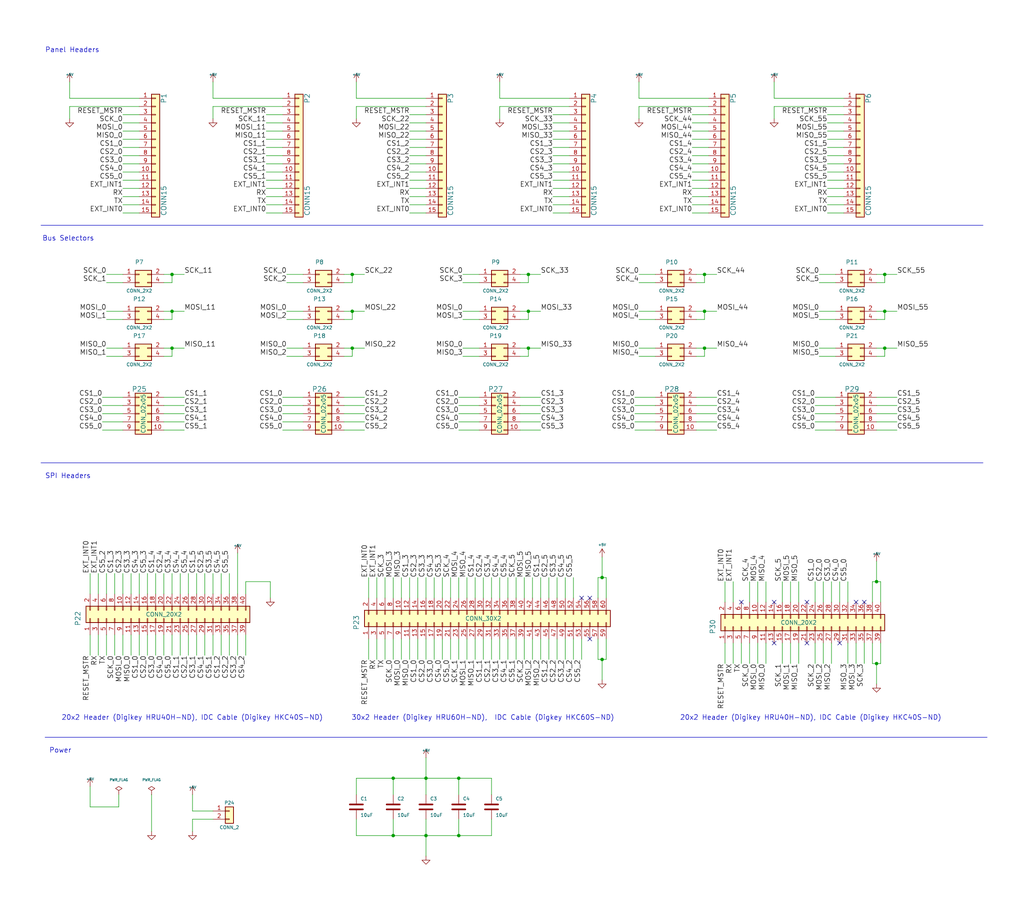
<source format=kicad_sch>
(kicad_sch (version 20230121) (generator eeschema)
  (paper "User" 317.5 279.4)
  (title_block (title "G4 Debug Arena Flat ATMega328") (date "11/12/2013") (rev "v0.1") (company "IORodeo"))
  (junction (at 271.78 205.74))
  (junction (at 132.08 241.3))
  (junction (at 53.34 85.09))
  (junction (at 186.69 179.07))
  (junction (at 218.44 107.95))
  (junction (at 218.44 96.52))
  (junction (at 271.78 180.34))
  (junction (at 53.34 107.95))
  (junction (at 121.92 259.08))
  (junction (at 109.22 96.52))
  (junction (at 186.69 204.47))
  (junction (at 274.32 96.52))
  (junction (at 142.24 241.3))
  (junction (at 163.83 85.09))
  (junction (at 109.22 85.09))
  (junction (at 274.32 85.09))
  (junction (at 218.44 85.09))
  (junction (at 109.22 107.95))
  (junction (at 163.83 107.95))
  (junction (at 274.32 107.95))
  (junction (at 53.34 96.52))
  (junction (at 142.24 259.08))
  (junction (at 132.08 259.08))
  (junction (at 163.83 96.52))
  (junction (at 121.92 241.3))
  (no_connect (at 240.03 186.69))
  (no_connect (at 180.34 185.42))
  (no_connect (at 250.19 186.69))
  (no_connect (at 182.88 198.12))
  (no_connect (at 240.03 199.39))
  (no_connect (at 267.97 186.69))
  (no_connect (at 250.19 199.39))
  (no_connect (at 182.88 185.42))
  (no_connect (at 265.43 186.69))
  (no_connect (at 229.87 186.69))
  (no_connect (at 260.35 199.39))
  (wire (pts (xy 93.98 87.63) (xy 88.9 87.63)))
  (wire (pts (xy 176.53 58.42) (xy 171.45 58.42)))
  (wire (pts (xy 148.59 110.49) (xy 143.51 110.49)))
  (wire (pts (xy 259.08 87.63) (xy 254 87.63)))
  (wire (pts (xy 259.08 99.06) (xy 254 99.06)))
  (wire (pts (xy 240.03 30.48) (xy 261.62 30.48)))
  (wire (pts (xy 142.24 198.12) (xy 142.24 204.47)))
  (wire (pts (xy 161.29 128.27) (xy 167.64 128.27)))
  (wire (pts (xy 148.59 130.81) (xy 142.24 130.81)))
  (wire (pts (xy 110.49 33.02) (xy 110.49 36.83)))
  (wire (pts (xy 60.96 196.85) (xy 60.96 203.2)))
  (wire (pts (xy 148.59 85.09) (xy 143.51 85.09)))
  (wire (pts (xy 271.78 85.09) (xy 274.32 85.09)))
  (wire (pts (xy 43.18 58.42) (xy 38.1 58.42)))
  (wire (pts (xy 38.1 110.49) (xy 33.02 110.49)))
  (wire (pts (xy 203.2 110.49) (xy 198.12 110.49)))
  (wire (pts (xy 116.84 198.12) (xy 116.84 204.47)))
  (wire (pts (xy 27.94 250.19) (xy 27.94 243.84)))
  (wire (pts (xy 66.04 196.85) (xy 66.04 203.2)))
  (wire (pts (xy 172.72 185.42) (xy 172.72 179.07)))
  (wire (pts (xy 261.62 45.72) (xy 256.54 45.72)))
  (wire (pts (xy 259.08 123.19) (xy 252.73 123.19)))
  (wire (pts (xy 261.62 55.88) (xy 256.54 55.88)))
  (wire (pts (xy 124.46 185.42) (xy 124.46 179.07)))
  (wire (pts (xy 106.68 123.19) (xy 113.03 123.19)))
  (wire (pts (xy 55.88 196.85) (xy 55.88 203.2)))
  (wire (pts (xy 106.68 99.06) (xy 109.22 99.06)))
  (wire (pts (xy 160.02 179.07) (xy 160.02 185.42)))
  (wire (pts (xy 53.34 87.63) (xy 50.8 87.63)))
  (wire (pts (xy 152.4 198.12) (xy 152.4 204.47)))
  (wire (pts (xy 170.18 185.42) (xy 170.18 179.07)))
  (wire (pts (xy 137.16 198.12) (xy 137.16 204.47)))
  (wire (pts (xy 109.22 110.49) (xy 106.68 110.49)))
  (wire (pts (xy 144.78 198.12) (xy 144.78 204.47)))
  (wire (pts (xy 76.2 196.85) (xy 76.2 203.2)))
  (wire (pts (xy 35.56 196.85) (xy 35.56 203.2)))
  (wire (pts (xy 176.53 66.04) (xy 171.45 66.04)))
  (wire (pts (xy 132.08 241.3) (xy 132.08 246.38)))
  (wire (pts (xy 203.2 85.09) (xy 198.12 85.09)))
  (wire (pts (xy 240.03 33.02) (xy 240.03 36.83)))
  (wire (pts (xy 43.18 196.85) (xy 43.18 203.2)))
  (wire (pts (xy 167.64 125.73) (xy 161.29 125.73)))
  (wire (pts (xy 132.08 234.95) (xy 132.08 241.3)))
  (wire (pts (xy 176.53 55.88) (xy 171.45 55.88)))
  (wire (pts (xy 53.34 96.52) (xy 57.15 96.52)))
  (wire (pts (xy 38.1 87.63) (xy 33.02 87.63)))
  (wire (pts (xy 87.63 38.1) (xy 82.55 38.1)))
  (wire (pts (xy 161.29 85.09) (xy 163.83 85.09)))
  (wire (pts (xy 149.86 198.12) (xy 149.86 204.47)))
  (wire (pts (xy 161.29 99.06) (xy 163.83 99.06)))
  (wire (pts (xy 53.34 196.85) (xy 53.34 203.2)))
  (wire (pts (xy 129.54 179.07) (xy 129.54 185.42)))
  (wire (pts (xy 93.98 99.06) (xy 88.9 99.06)))
  (wire (pts (xy 43.18 60.96) (xy 38.1 60.96)))
  (wire (pts (xy 257.81 199.39) (xy 257.81 205.74)))
  (wire (pts (xy 219.71 60.96) (xy 214.63 60.96)))
  (wire (pts (xy 21.59 33.02) (xy 43.18 33.02)))
  (wire (pts (xy 218.44 96.52) (xy 222.25 96.52)))
  (wire (pts (xy 148.59 107.95) (xy 143.51 107.95)))
  (wire (pts (xy 218.44 107.95) (xy 222.25 107.95)))
  (wire (pts (xy 93.98 130.81) (xy 87.63 130.81)))
  (wire (pts (xy 66.04 184.15) (xy 66.04 177.8)))
  (wire (pts (xy 271.78 205.74) (xy 273.05 205.74)))
  (wire (pts (xy 60.96 177.8) (xy 60.96 184.15)))
  (wire (pts (xy 271.78 123.19) (xy 278.13 123.19)))
  (wire (pts (xy 58.42 196.85) (xy 58.42 203.2)))
  (wire (pts (xy 38.1 128.27) (xy 31.75 128.27)))
  (wire (pts (xy 114.3 179.07) (xy 114.3 185.42)))
  (wire (pts (xy 127 198.12) (xy 127 204.47)))
  (wire (pts (xy 237.49 180.34) (xy 237.49 186.69)))
  (wire (pts (xy 38.1 196.85) (xy 38.1 203.2)))
  (wire (pts (xy 43.18 184.15) (xy 43.18 177.8)))
  (wire (pts (xy 106.68 130.81) (xy 113.03 130.81)))
  (wire (pts (xy 154.94 198.12) (xy 154.94 204.47)))
  (wire (pts (xy 139.7 185.42) (xy 139.7 179.07)))
  (wire (pts (xy 106.68 85.09) (xy 109.22 85.09)))
  (wire (pts (xy 110.49 259.08) (xy 121.92 259.08)))
  (wire (pts (xy 66.04 251.46) (xy 59.69 251.46)))
  (wire (pts (xy 87.63 43.18) (xy 82.55 43.18)))
  (wire (pts (xy 157.48 185.42) (xy 157.48 179.07)))
  (wire (pts (xy 121.92 198.12) (xy 121.92 204.47)))
  (wire (pts (xy 71.12 196.85) (xy 71.12 203.2)))
  (wire (pts (xy 187.96 204.47) (xy 187.96 198.12)))
  (wire (pts (xy 110.49 254) (xy 110.49 259.08)))
  (wire (pts (xy 271.78 99.06) (xy 274.32 99.06)))
  (wire (pts (xy 257.81 186.69) (xy 257.81 180.34)))
  (wire (pts (xy 259.08 110.49) (xy 254 110.49)))
  (wire (pts (xy 271.78 133.35) (xy 278.13 133.35)))
  (wire (pts (xy 148.59 128.27) (xy 142.24 128.27)))
  (wire (pts (xy 203.2 87.63) (xy 198.12 87.63)))
  (wire (pts (xy 148.59 96.52) (xy 143.51 96.52)))
  (wire (pts (xy 224.79 199.39) (xy 224.79 205.74)))
  (wire (pts (xy 137.16 179.07) (xy 137.16 185.42)))
  (wire (pts (xy 50.8 133.35) (xy 57.15 133.35)))
  (wire (pts (xy 203.2 133.35) (xy 196.85 133.35)))
  (wire (pts (xy 50.8 130.81) (xy 57.15 130.81)))
  (wire (pts (xy 43.18 48.26) (xy 38.1 48.26)))
  (wire (pts (xy 63.5 196.85) (xy 63.5 203.2)))
  (wire (pts (xy 132.08 66.04) (xy 127 66.04)))
  (wire (pts (xy 176.53 38.1) (xy 171.45 38.1)))
  (wire (pts (xy 76.2 180.34) (xy 83.82 180.34)))
  (wire (pts (xy 176.53 63.5) (xy 171.45 63.5)))
  (wire (pts (xy 43.18 50.8) (xy 38.1 50.8)))
  (wire (pts (xy 187.96 179.07) (xy 187.96 185.42)))
  (wire (pts (xy 106.68 107.95) (xy 109.22 107.95)))
  (wire (pts (xy 36.83 250.19) (xy 27.94 250.19)))
  (wire (pts (xy 132.08 45.72) (xy 127 45.72)))
  (wire (pts (xy 38.1 177.8) (xy 38.1 184.15)))
  (wire (pts (xy 110.49 25.4) (xy 110.49 30.48)))
  (wire (pts (xy 175.26 179.07) (xy 175.26 185.42)))
  (wire (pts (xy 87.63 45.72) (xy 82.55 45.72)))
  (wire (pts (xy 148.59 133.35) (xy 142.24 133.35)))
  (wire (pts (xy 53.34 107.95) (xy 53.34 110.49)))
  (wire (pts (xy 162.56 198.12) (xy 162.56 204.47)))
  (wire (pts (xy 167.64 198.12) (xy 167.64 204.47)))
  (wire (pts (xy 55.88 184.15) (xy 55.88 177.8)))
  (wire (pts (xy 43.18 35.56) (xy 38.1 35.56)))
  (wire (pts (xy 176.53 35.56) (xy 171.45 35.56)))
  (wire (pts (xy 66.04 25.4) (xy 66.04 30.48)))
  (wire (pts (xy 106.68 125.73) (xy 113.03 125.73)))
  (wire (pts (xy 229.87 199.39) (xy 229.87 205.74)))
  (wire (pts (xy 43.18 45.72) (xy 38.1 45.72)))
  (wire (pts (xy 259.08 96.52) (xy 254 96.52)))
  (wire (pts (xy 163.83 85.09) (xy 163.83 87.63)))
  (wire (pts (xy 45.72 177.8) (xy 45.72 184.15)))
  (wire (pts (xy 43.18 38.1) (xy 38.1 38.1)))
  (wire (pts (xy 110.49 241.3) (xy 121.92 241.3)))
  (wire (pts (xy 132.08 60.96) (xy 127 60.96)))
  (wire (pts (xy 149.86 185.42) (xy 149.86 179.07)))
  (wire (pts (xy 215.9 133.35) (xy 222.25 133.35)))
  (wire (pts (xy 142.24 241.3) (xy 152.4 241.3)))
  (wire (pts (xy 109.22 107.95) (xy 113.03 107.95)))
  (wire (pts (xy 132.08 58.42) (xy 127 58.42)))
  (wire (pts (xy 222.25 128.27) (xy 215.9 128.27)))
  (wire (pts (xy 176.53 60.96) (xy 171.45 60.96)))
  (wire (pts (xy 163.83 96.52) (xy 167.64 96.52)))
  (wire (pts (xy 227.33 186.69) (xy 227.33 180.34)))
  (wire (pts (xy 38.1 125.73) (xy 31.75 125.73)))
  (wire (pts (xy 50.8 123.19) (xy 57.15 123.19)))
  (wire (pts (xy 63.5 184.15) (xy 63.5 177.8)))
  (wire (pts (xy 218.44 107.95) (xy 218.44 110.49)))
  (wire (pts (xy 110.49 246.38) (xy 110.49 241.3)))
  (wire (pts (xy 180.34 198.12) (xy 180.34 204.47)))
  (wire (pts (xy 129.54 198.12) (xy 129.54 204.47)))
  (wire (pts (xy 218.44 99.06) (xy 218.44 96.52)))
  (wire (pts (xy 93.98 125.73) (xy 87.63 125.73)))
  (wire (pts (xy 154.94 33.02) (xy 176.53 33.02)))
  (wire (pts (xy 274.32 96.52) (xy 278.13 96.52)))
  (wire (pts (xy 227.33 199.39) (xy 227.33 205.74)))
  (wire (pts (xy 142.24 259.08) (xy 142.24 254)))
  (wire (pts (xy 38.1 123.19) (xy 31.75 123.19)))
  (wire (pts (xy 161.29 123.19) (xy 167.64 123.19)))
  (wire (pts (xy 240.03 33.02) (xy 261.62 33.02)))
  (wire (pts (xy 270.51 205.74) (xy 271.78 205.74)))
  (wire (pts (xy 245.11 199.39) (xy 245.11 205.74)))
  (wire (pts (xy 273.05 205.74) (xy 273.05 199.39)))
  (wire (pts (xy 260.35 180.34) (xy 260.35 186.69)))
  (wire (pts (xy 109.22 85.09) (xy 109.22 87.63)))
  (wire (pts (xy 93.98 96.52) (xy 88.9 96.52)))
  (wire (pts (xy 59.69 251.46) (xy 59.69 246.38)))
  (wire (pts (xy 252.73 199.39) (xy 252.73 205.74)))
  (wire (pts (xy 154.94 30.48) (xy 176.53 30.48)))
  (wire (pts (xy 270.51 186.69) (xy 270.51 180.34)))
  (wire (pts (xy 185.42 204.47) (xy 186.69 204.47)))
  (wire (pts (xy 274.32 99.06) (xy 274.32 96.52)))
  (wire (pts (xy 93.98 110.49) (xy 88.9 110.49)))
  (wire (pts (xy 110.49 33.02) (xy 132.08 33.02)))
  (wire (pts (xy 163.83 110.49) (xy 161.29 110.49)))
  (wire (pts (xy 271.78 96.52) (xy 274.32 96.52)))
  (wire (pts (xy 154.94 185.42) (xy 154.94 179.07)))
  (wire (pts (xy 219.71 66.04) (xy 214.63 66.04)))
  (wire (pts (xy 270.51 180.34) (xy 271.78 180.34)))
  (wire (pts (xy 203.2 96.52) (xy 198.12 96.52)))
  (wire (pts (xy 38.1 85.09) (xy 33.02 85.09)))
  (wire (pts (xy 132.08 35.56) (xy 127 35.56)))
  (wire (pts (xy 38.1 107.95) (xy 33.02 107.95)))
  (wire (pts (xy 73.66 184.15) (xy 73.66 171.45)))
  (wire (pts (xy 160.02 198.12) (xy 160.02 204.47)))
  (wire (pts (xy 50.8 184.15) (xy 50.8 177.8)))
  (wire (pts (xy 161.29 107.95) (xy 163.83 107.95)))
  (wire (pts (xy 165.1 198.12) (xy 165.1 204.47)))
  (wire (pts (xy 198.12 30.48) (xy 219.71 30.48)))
  (wire (pts (xy 50.8 125.73) (xy 57.15 125.73)))
  (wire (pts (xy 33.02 184.15) (xy 33.02 177.8)))
  (wire (pts (xy 161.29 130.81) (xy 167.64 130.81)))
  (wire (pts (xy 93.98 133.35) (xy 87.63 133.35)))
  (wire (pts (xy 261.62 48.26) (xy 256.54 48.26)))
  (wire (pts (xy 261.62 43.18) (xy 256.54 43.18)))
  (wire (pts (xy 232.41 199.39) (xy 232.41 205.74)))
  (wire (pts (xy 53.34 177.8) (xy 53.34 184.15)))
  (wire (pts (xy 147.32 185.42) (xy 147.32 179.07)))
  (wire (pts (xy 255.27 199.39) (xy 255.27 205.74)))
  (wire (pts (xy 109.22 96.52) (xy 113.03 96.52)))
  (wire (pts (xy 124.46 198.12) (xy 124.46 204.47)))
  (wire (pts (xy 114.3 198.12) (xy 114.3 204.47)))
  (wire (pts (xy 148.59 123.19) (xy 142.24 123.19)))
  (wire (pts (xy 215.9 107.95) (xy 218.44 107.95)))
  (wire (pts (xy 48.26 196.85) (xy 48.26 203.2)))
  (wire (pts (xy 273.05 180.34) (xy 273.05 186.69)))
  (wire (pts (xy 121.92 241.3) (xy 132.08 241.3)))
  (wire (pts (xy 198.12 33.02) (xy 198.12 36.83)))
  (polyline (pts (xy 12.7 69.85) (xy 304.8 69.85)))
  (wire (pts (xy 234.95 199.39) (xy 234.95 205.74)))
  (wire (pts (xy 33.02 196.85) (xy 33.02 203.2)))
  (wire (pts (xy 185.42 198.12) (xy 185.42 204.47)))
  (wire (pts (xy 38.1 133.35) (xy 31.75 133.35)))
  (wire (pts (xy 261.62 53.34) (xy 256.54 53.34)))
  (wire (pts (xy 219.71 35.56) (xy 214.63 35.56)))
  (wire (pts (xy 109.22 85.09) (xy 113.03 85.09)))
  (wire (pts (xy 245.11 186.69) (xy 245.11 180.34)))
  (wire (pts (xy 170.18 198.12) (xy 170.18 204.47)))
  (wire (pts (xy 218.44 87.63) (xy 215.9 87.63)))
  (wire (pts (xy 161.29 96.52) (xy 163.83 96.52)))
  (wire (pts (xy 53.34 85.09) (xy 53.34 87.63)))
  (wire (pts (xy 176.53 48.26) (xy 171.45 48.26)))
  (wire (pts (xy 203.2 125.73) (xy 196.85 125.73)))
  (wire (pts (xy 27.94 196.85) (xy 27.94 203.2)))
  (wire (pts (xy 185.42 179.07) (xy 186.69 179.07)))
  (wire (pts (xy 261.62 35.56) (xy 256.54 35.56)))
  (wire (pts (xy 247.65 186.69) (xy 247.65 180.34)))
  (wire (pts (xy 163.83 107.95) (xy 167.64 107.95)))
  (wire (pts (xy 219.71 58.42) (xy 214.63 58.42)))
  (wire (pts (xy 177.8 198.12) (xy 177.8 204.47)))
  (wire (pts (xy 147.32 198.12) (xy 147.32 204.47)))
  (wire (pts (xy 186.69 179.07) (xy 186.69 172.72)))
  (wire (pts (xy 176.53 43.18) (xy 171.45 43.18)))
  (wire (pts (xy 219.71 48.26) (xy 214.63 48.26)))
  (wire (pts (xy 132.08 43.18) (xy 127 43.18)))
  (wire (pts (xy 203.2 107.95) (xy 198.12 107.95)))
  (wire (pts (xy 218.44 85.09) (xy 222.25 85.09)))
  (wire (pts (xy 35.56 184.15) (xy 35.56 177.8)))
  (wire (pts (xy 203.2 130.81) (xy 196.85 130.81)))
  (wire (pts (xy 38.1 96.52) (xy 33.02 96.52)))
  (wire (pts (xy 247.65 199.39) (xy 247.65 205.74)))
  (wire (pts (xy 132.08 55.88) (xy 127 55.88)))
  (wire (pts (xy 252.73 180.34) (xy 252.73 186.69)))
  (wire (pts (xy 127 185.42) (xy 127 179.07)))
  (wire (pts (xy 271.78 107.95) (xy 274.32 107.95)))
  (wire (pts (xy 237.49 199.39) (xy 237.49 205.74)))
  (wire (pts (xy 271.78 130.81) (xy 278.13 130.81)))
  (wire (pts (xy 176.53 45.72) (xy 171.45 45.72)))
  (wire (pts (xy 215.9 123.19) (xy 222.25 123.19)))
  (wire (pts (xy 38.1 99.06) (xy 33.02 99.06)))
  (wire (pts (xy 83.82 180.34) (xy 83.82 185.42)))
  (wire (pts (xy 255.27 186.69) (xy 255.27 180.34)))
  (wire (pts (xy 274.32 107.95) (xy 274.32 110.49)))
  (wire (pts (xy 240.03 25.4) (xy 240.03 30.48)))
  (wire (pts (xy 219.71 63.5) (xy 214.63 63.5)))
  (wire (pts (xy 40.64 184.15) (xy 40.64 177.8)))
  (wire (pts (xy 218.44 85.09) (xy 218.44 87.63)))
  (wire (pts (xy 132.08 198.12) (xy 132.08 204.47)))
  (wire (pts (xy 36.83 246.38) (xy 36.83 250.19)))
  (wire (pts (xy 259.08 128.27) (xy 252.73 128.27)))
  (wire (pts (xy 50.8 99.06) (xy 53.34 99.06)))
  (wire (pts (xy 176.53 50.8) (xy 171.45 50.8)))
  (wire (pts (xy 203.2 123.19) (xy 196.85 123.19)))
  (wire (pts (xy 172.72 198.12) (xy 172.72 204.47)))
  (wire (pts (xy 163.83 85.09) (xy 167.64 85.09)))
  (wire (pts (xy 87.63 58.42) (xy 82.55 58.42)))
  (wire (pts (xy 186.69 204.47) (xy 186.69 210.82)))
  (wire (pts (xy 43.18 63.5) (xy 38.1 63.5)))
  (wire (pts (xy 271.78 205.74) (xy 271.78 212.09)))
  (wire (pts (xy 121.92 259.08) (xy 121.92 254)))
  (wire (pts (xy 132.08 53.34) (xy 127 53.34)))
  (wire (pts (xy 132.08 254) (xy 132.08 259.08)))
  (wire (pts (xy 176.53 53.34) (xy 171.45 53.34)))
  (wire (pts (xy 132.08 259.08) (xy 142.24 259.08)))
  (wire (pts (xy 203.2 99.06) (xy 198.12 99.06)))
  (wire (pts (xy 218.44 110.49) (xy 215.9 110.49)))
  (wire (pts (xy 50.8 107.95) (xy 53.34 107.95)))
  (wire (pts (xy 261.62 66.04) (xy 256.54 66.04)))
  (wire (pts (xy 198.12 33.02) (xy 219.71 33.02)))
  (wire (pts (xy 198.12 25.4) (xy 198.12 30.48)))
  (wire (pts (xy 261.62 38.1) (xy 256.54 38.1)))
  (wire (pts (xy 53.34 107.95) (xy 57.15 107.95)))
  (wire (pts (xy 152.4 241.3) (xy 152.4 246.38)))
  (wire (pts (xy 93.98 107.95) (xy 88.9 107.95)))
  (wire (pts (xy 45.72 196.85) (xy 45.72 203.2)))
  (wire (pts (xy 265.43 205.74) (xy 265.43 199.39)))
  (wire (pts (xy 132.08 241.3) (xy 142.24 241.3)))
  (wire (pts (xy 21.59 33.02) (xy 21.59 36.83)))
  (wire (pts (xy 219.71 43.18) (xy 214.63 43.18)))
  (wire (pts (xy 270.51 199.39) (xy 270.51 205.74)))
  (wire (pts (xy 87.63 55.88) (xy 82.55 55.88)))
  (wire (pts (xy 132.08 50.8) (xy 127 50.8)))
  (wire (pts (xy 234.95 186.69) (xy 234.95 180.34)))
  (wire (pts (xy 271.78 125.73) (xy 278.13 125.73)))
  (wire (pts (xy 154.94 25.4) (xy 154.94 30.48)))
  (wire (pts (xy 43.18 66.04) (xy 38.1 66.04)))
  (wire (pts (xy 116.84 185.42) (xy 116.84 179.07)))
  (wire (pts (xy 274.32 85.09) (xy 278.13 85.09)))
  (wire (pts (xy 27.94 177.8) (xy 27.94 184.15)))
  (wire (pts (xy 48.26 184.15) (xy 48.26 177.8)))
  (wire (pts (xy 93.98 85.09) (xy 88.9 85.09)))
  (wire (pts (xy 53.34 110.49) (xy 50.8 110.49)))
  (wire (pts (xy 163.83 107.95) (xy 163.83 110.49)))
  (wire (pts (xy 148.59 99.06) (xy 143.51 99.06)))
  (polyline (pts (xy 13.97 228.6) (xy 306.07 228.6)))
  (wire (pts (xy 46.99 246.38) (xy 46.99 257.81)))
  (wire (pts (xy 259.08 133.35) (xy 252.73 133.35)))
  (wire (pts (xy 68.58 196.85) (xy 68.58 203.2)))
  (wire (pts (xy 274.32 110.49) (xy 271.78 110.49)))
  (wire (pts (xy 132.08 63.5) (xy 127 63.5)))
  (wire (pts (xy 274.32 107.95) (xy 278.13 107.95)))
  (wire (pts (xy 224.79 180.34) (xy 224.79 186.69)))
  (wire (pts (xy 106.68 96.52) (xy 109.22 96.52)))
  (wire (pts (xy 186.69 204.47) (xy 187.96 204.47)))
  (wire (pts (xy 68.58 177.8) (xy 68.58 184.15)))
  (wire (pts (xy 148.59 87.63) (xy 143.51 87.63)))
  (wire (pts (xy 219.71 38.1) (xy 214.63 38.1)))
  (wire (pts (xy 40.64 196.85) (xy 40.64 203.2)))
  (wire (pts (xy 109.22 107.95) (xy 109.22 110.49)))
  (wire (pts (xy 87.63 40.64) (xy 82.55 40.64)))
  (wire (pts (xy 43.18 43.18) (xy 38.1 43.18)))
  (wire (pts (xy 219.71 50.8) (xy 214.63 50.8)))
  (wire (pts (xy 119.38 185.42) (xy 119.38 179.07)))
  (wire (pts (xy 242.57 180.34) (xy 242.57 186.69)))
  (wire (pts (xy 106.68 128.27) (xy 113.03 128.27)))
  (wire (pts (xy 261.62 50.8) (xy 256.54 50.8)))
  (wire (pts (xy 121.92 179.07) (xy 121.92 185.42)))
  (wire (pts (xy 185.42 185.42) (xy 185.42 179.07)))
  (wire (pts (xy 144.78 179.07) (xy 144.78 185.42)))
  (wire (pts (xy 215.9 130.81) (xy 222.25 130.81)))
  (wire (pts (xy 261.62 60.96) (xy 256.54 60.96)))
  (wire (pts (xy 132.08 185.42) (xy 132.08 179.07)))
  (wire (pts (xy 163.83 87.63) (xy 161.29 87.63)))
  (wire (pts (xy 87.63 48.26) (xy 82.55 48.26)))
  (wire (pts (xy 232.41 186.69) (xy 232.41 180.34)))
  (wire (pts (xy 167.64 179.07) (xy 167.64 185.42)))
  (wire (pts (xy 87.63 63.5) (xy 82.55 63.5)))
  (wire (pts (xy 21.59 30.48) (xy 43.18 30.48)))
  (wire (pts (xy 87.63 53.34) (xy 82.55 53.34)))
  (wire (pts (xy 109.22 87.63) (xy 106.68 87.63)))
  (wire (pts (xy 59.69 254) (xy 59.69 257.81)))
  (wire (pts (xy 58.42 184.15) (xy 58.42 177.8)))
  (wire (pts (xy 261.62 58.42) (xy 256.54 58.42)))
  (wire (pts (xy 274.32 87.63) (xy 271.78 87.63)))
  (wire (pts (xy 177.8 185.42) (xy 177.8 179.07)))
  (wire (pts (xy 259.08 130.81) (xy 252.73 130.81)))
  (wire (pts (xy 132.08 48.26) (xy 127 48.26)))
  (wire (pts (xy 261.62 63.5) (xy 256.54 63.5)))
  (wire (pts (xy 50.8 96.52) (xy 53.34 96.52)))
  (wire (pts (xy 215.9 96.52) (xy 218.44 96.52)))
  (wire (pts (xy 30.48 184.15) (xy 30.48 177.8)))
  (wire (pts (xy 271.78 180.34) (xy 273.05 180.34)))
  (wire (pts (xy 259.08 107.95) (xy 254 107.95)))
  (wire (pts (xy 163.83 99.06) (xy 163.83 96.52)))
  (wire (pts (xy 87.63 60.96) (xy 82.55 60.96)))
  (wire (pts (xy 66.04 33.02) (xy 66.04 36.83)))
  (wire (pts (xy 134.62 198.12) (xy 134.62 204.47)))
  (wire (pts (xy 73.66 196.85) (xy 73.66 203.2)))
  (wire (pts (xy 157.48 198.12) (xy 157.48 204.47)))
  (wire (pts (xy 132.08 40.64) (xy 127 40.64)))
  (wire (pts (xy 186.69 179.07) (xy 187.96 179.07)))
  (wire (pts (xy 142.24 241.3) (xy 142.24 246.38)))
  (wire (pts (xy 66.04 30.48) (xy 87.63 30.48)))
  (wire (pts (xy 261.62 40.64) (xy 256.54 40.64)))
  (wire (pts (xy 50.8 128.27) (xy 57.15 128.27)))
  (wire (pts (xy 132.08 38.1) (xy 127 38.1)))
  (wire (pts (xy 271.78 180.34) (xy 271.78 173.99)))
  (wire (pts (xy 132.08 259.08) (xy 132.08 265.43)))
  (wire (pts (xy 53.34 85.09) (xy 57.15 85.09)))
  (wire (pts (xy 219.71 40.64) (xy 214.63 40.64)))
  (wire (pts (xy 121.92 259.08) (xy 132.08 259.08)))
  (wire (pts (xy 43.18 40.64) (xy 38.1 40.64)))
  (wire (pts (xy 154.94 33.02) (xy 154.94 36.83)))
  (wire (pts (xy 38.1 130.81) (xy 31.75 130.81)))
  (wire (pts (xy 203.2 128.27) (xy 196.85 128.27)))
  (wire (pts (xy 267.97 199.39) (xy 267.97 205.74)))
  (wire (pts (xy 271.78 128.27) (xy 278.13 128.27)))
  (wire (pts (xy 50.8 85.09) (xy 53.34 85.09)))
  (wire (pts (xy 219.71 45.72) (xy 214.63 45.72)))
  (wire (pts (xy 142.24 259.08) (xy 152.4 259.08)))
  (wire (pts (xy 262.89 199.39) (xy 262.89 205.74)))
  (wire (pts (xy 109.22 99.06) (xy 109.22 96.52)))
  (wire (pts (xy 43.18 55.88) (xy 38.1 55.88)))
  (wire (pts (xy 142.24 185.42) (xy 142.24 179.07)))
  (wire (pts (xy 76.2 184.15) (xy 76.2 180.34)))
  (wire (pts (xy 121.92 241.3) (xy 121.92 246.38)))
  (wire (pts (xy 259.08 125.73) (xy 252.73 125.73)))
  (polyline (pts (xy 12.7 143.51) (xy 304.8 143.51)))
  (wire (pts (xy 162.56 185.42) (xy 162.56 179.07)))
  (wire (pts (xy 134.62 185.42) (xy 134.62 179.07)))
  (wire (pts (xy 175.26 198.12) (xy 175.26 204.47)))
  (wire (pts (xy 215.9 125.73) (xy 222.25 125.73)))
  (wire (pts (xy 119.38 198.12) (xy 119.38 204.47)))
  (wire (pts (xy 152.4 259.08) (xy 152.4 254)))
  (wire (pts (xy 87.63 35.56) (xy 82.55 35.56)))
  (wire (pts (xy 93.98 123.19) (xy 87.63 123.19)))
  (wire (pts (xy 152.4 179.07) (xy 152.4 185.42)))
  (wire (pts (xy 148.59 125.73) (xy 142.24 125.73)))
  (wire (pts (xy 139.7 198.12) (xy 139.7 204.47)))
  (wire (pts (xy 71.12 184.15) (xy 71.12 177.8)))
  (wire (pts (xy 66.04 33.02) (xy 87.63 33.02)))
  (wire (pts (xy 262.89 186.69) (xy 262.89 180.34)))
  (wire (pts (xy 215.9 99.06) (xy 218.44 99.06)))
  (wire (pts (xy 43.18 53.34) (xy 38.1 53.34)))
  (wire (pts (xy 87.63 50.8) (xy 82.55 50.8)))
  (wire (pts (xy 110.49 30.48) (xy 132.08 30.48)))
  (wire (pts (xy 30.48 196.85) (xy 30.48 203.2)))
  (wire (pts (xy 215.9 85.09) (xy 218.44 85.09)))
  (wire (pts (xy 21.59 25.4) (xy 21.59 30.48)))
  (wire (pts (xy 219.71 55.88) (xy 214.63 55.88)))
  (wire (pts (xy 219.71 53.34) (xy 214.63 53.34)))
  (wire (pts (xy 274.32 85.09) (xy 274.32 87.63)))
  (wire (pts (xy 53.34 99.06) (xy 53.34 96.52)))
  (wire (pts (xy 176.53 40.64) (xy 171.45 40.64)))
  (wire (pts (xy 106.68 133.35) (xy 113.03 133.35)))
  (wire (pts (xy 50.8 196.85) (xy 50.8 203.2)))
  (wire (pts (xy 167.64 133.35) (xy 161.29 133.35)))
  (wire (pts (xy 93.98 128.27) (xy 87.63 128.27)))
  (wire (pts (xy 242.57 199.39) (xy 242.57 205.74)))
  (wire (pts (xy 259.08 85.09) (xy 254 85.09)))
  (wire (pts (xy 87.63 66.04) (xy 82.55 66.04)))
  (wire (pts (xy 66.04 254) (xy 59.69 254)))
  (wire (pts (xy 165.1 185.42) (xy 165.1 179.07)))
  (text "20x2 Header (Digikey HRU40H-ND), IDC Cable (Digikey HKC40S-ND)" (at 210.82 223.52 0) (effects (font (size 1.524 1.524)) (justify left bottom)))
  (text "Power" (at 15.24 233.68 0) (effects (font (size 1.524 1.524)) (justify left bottom)))
  (text "Panel Headers" (at 13.97 16.51 0) (effects (font (size 1.524 1.524)) (justify left bottom)))
  (text "SPI Headers" (at 13.97 148.59 0) (effects (font (size 1.524 1.524)) (justify left bottom)))
  (text "Bus Selectors" (at 29.21 74.93 0) (effects (font (size 1.524 1.524)) (justify right bottom)))
  (text "30x2 Header (Digikey HRU60H-ND),  IDC Cable (Digkey HKC60S-ND)" (at 190.5 223.52 0) (effects (font (size 1.524 1.524)) (justify right bottom)))
  (text "20x2 Header (Digikey HRU40H-ND), IDC Cable (Digikey HKC40S-ND)" (at 19.05 223.52 0) (effects (font (size 1.524 1.524)) (justify left bottom)))
  (label "SCK_44" (at 222.25 85.09 0) (effects (font (size 1.524 1.524))))
  (label "RX" (at 30.48 203.2 270) (effects (font (size 1.524 1.524))))
  (label "SCK_5" (at 242.57 180.34 90) (effects (font (size 1.524 1.524))))
  (label "EXT_INT0" (at 214.63 66.04 180) (effects (font (size 1.524 1.524))))
  (label "CS2_5" (at 170.18 179.07 90) (effects (font (size 1.524 1.524))))
  (label "CS4_2" (at 127 53.34 180) (effects (font (size 1.524 1.524))))
  (label "CS3_5" (at 256.54 50.8 180) (effects (font (size 1.524 1.524))))
  (label "CS1_5" (at 167.64 179.07 90) (effects (font (size 1.524 1.524))))
  (label "SCK_0" (at 198.12 85.09 180) (effects (font (size 1.524 1.524))))
  (label "EXT_INT0" (at 224.79 180.34 90) (effects (font (size 1.524 1.524))))
  (label "MISO_3" (at 143.51 110.49 180) (effects (font (size 1.524 1.524))))
  (label "MISO_11" (at 82.55 43.18 180) (effects (font (size 1.524 1.524))))
  (label "TX" (at 33.02 203.2 270) (effects (font (size 1.524 1.524))))
  (label "RX" (at 127 60.96 180) (effects (font (size 1.524 1.524))))
  (label "CS3_1" (at 60.96 203.2 270) (effects (font (size 1.524 1.524))))
  (label "CS3_2" (at 175.26 204.47 270) (effects (font (size 1.524 1.524))))
  (label "MISO_3" (at 124.46 179.07 90) (effects (font (size 1.524 1.524))))
  (label "SCK_44" (at 214.63 38.1 180) (effects (font (size 1.524 1.524))))
  (label "CS2_2" (at 71.12 203.2 270) (effects (font (size 1.524 1.524))))
  (label "CS4_4" (at 222.25 130.81 0) (effects (font (size 1.524 1.524))))
  (label "MOSI_55" (at 256.54 40.64 180) (effects (font (size 1.524 1.524))))
  (label "RESET_MSTR" (at 171.45 35.56 180) (effects (font (size 1.524 1.524))))
  (label "MISO_4" (at 237.49 180.34 90) (effects (font (size 1.524 1.524))))
  (label "MISO_0" (at 88.9 107.95 180) (effects (font (size 1.524 1.524))))
  (label "SCK_2" (at 252.73 205.74 270) (effects (font (size 1.524 1.524))))
  (label "EXT_INT1" (at 214.63 58.42 180) (effects (font (size 1.524 1.524))))
  (label "CS1_1" (at 149.86 204.47 270) (effects (font (size 1.524 1.524))))
  (label "CS1_0" (at 43.18 203.2 270) (effects (font (size 1.524 1.524))))
  (label "CS4_0" (at 50.8 203.2 270) (effects (font (size 1.524 1.524))))
  (label "TX" (at 119.38 204.47 270) (effects (font (size 1.524 1.524))))
  (label "MOSI_55" (at 278.13 96.52 0) (effects (font (size 1.524 1.524))))
  (label "CS1_5" (at 256.54 45.72 180) (effects (font (size 1.524 1.524))))
  (label "MOSI_0" (at 198.12 96.52 180) (effects (font (size 1.524 1.524))))
  (label "CS1_3" (at 127 179.07 90) (effects (font (size 1.524 1.524))))
  (label "MISO_3" (at 262.89 205.74 270) (effects (font (size 1.524 1.524))))
  (label "CS1_2" (at 113.03 123.19 0) (effects (font (size 1.524 1.524))))
  (label "CS3_0" (at 196.85 128.27 180) (effects (font (size 1.524 1.524))))
  (label "EXT_INT1" (at 127 58.42 180) (effects (font (size 1.524 1.524))))
  (label "CS2_1" (at 58.42 203.2 270) (effects (font (size 1.524 1.524))))
  (label "RESET_MSTR" (at 114.3 204.47 270) (effects (font (size 1.524 1.524))))
  (label "CS4_2" (at 177.8 204.47 270) (effects (font (size 1.524 1.524))))
  (label "SCK_33" (at 167.64 85.09 0) (effects (font (size 1.524 1.524))))
  (label "EXT_INT1" (at 227.33 180.34 90) (effects (font (size 1.524 1.524))))
  (label "SCK_3" (at 267.97 205.74 270) (effects (font (size 1.524 1.524))))
  (label "CS3_4" (at 152.4 179.07 90) (effects (font (size 1.524 1.524))))
  (label "MOSI_5" (at 162.56 179.07 90) (effects (font (size 1.524 1.524))))
  (label "CS2_3" (at 38.1 177.8 90) (effects (font (size 1.524 1.524))))
  (label "MOSI_3" (at 265.43 205.74 270) (effects (font (size 1.524 1.524))))
  (label "MOSI_33" (at 171.45 40.64 180) (effects (font (size 1.524 1.524))))
  (label "MOSI_33" (at 167.64 96.52 0) (effects (font (size 1.524 1.524))))
  (label "CS4_0" (at 87.63 130.81 180) (effects (font (size 1.524 1.524))))
  (label "CS5_4" (at 58.42 177.8 90) (effects (font (size 1.524 1.524))))
  (label "CS2_3" (at 171.45 48.26 180) (effects (font (size 1.524 1.524))))
  (label "CS2_5" (at 63.5 177.8 90) (effects (font (size 1.524 1.524))))
  (label "CS2_0" (at 87.63 125.73 180) (effects (font (size 1.524 1.524))))
  (label "MOSI_0" (at 234.95 205.74 270) (effects (font (size 1.524 1.524))))
  (label "MISO_11" (at 57.15 107.95 0) (effects (font (size 1.524 1.524))))
  (label "CS3_3" (at 40.64 177.8 90) (effects (font (size 1.524 1.524))))
  (label "MISO_0" (at 198.12 107.95 180) (effects (font (size 1.524 1.524))))
  (label "CS2_1" (at 57.15 125.73 0) (effects (font (size 1.524 1.524))))
  (label "CS4_0" (at 38.1 53.34 180) (effects (font (size 1.524 1.524))))
  (label "CS2_3" (at 129.54 179.07 90) (effects (font (size 1.524 1.524))))
  (label "SCK_4" (at 232.41 180.34 90) (effects (font (size 1.524 1.524))))
  (label "CS1_4" (at 222.25 123.19 0) (effects (font (size 1.524 1.524))))
  (label "CS3_5" (at 278.13 128.27 0) (effects (font (size 1.524 1.524))))
  (label "CS3_4" (at 222.25 128.27 0) (effects (font (size 1.524 1.524))))
  (label "MISO_0" (at 33.02 107.95 180) (effects (font (size 1.524 1.524))))
  (label "CS1_0" (at 87.63 123.19 180) (effects (font (size 1.524 1.524))))
  (label "CS2_4" (at 149.86 179.07 90) (effects (font (size 1.524 1.524))))
  (label "CS4_2" (at 76.2 203.2 270) (effects (font (size 1.524 1.524))))
  (label "SCK_11" (at 82.55 38.1 180) (effects (font (size 1.524 1.524))))
  (label "CS4_3" (at 134.62 179.07 90) (effects (font (size 1.524 1.524))))
  (label "CS3_0" (at 48.26 203.2 270) (effects (font (size 1.524 1.524))))
  (label "CS5_1" (at 82.55 55.88 180) (effects (font (size 1.524 1.524))))
  (label "EXT_INT0" (at 127 66.04 180) (effects (font (size 1.524 1.524))))
  (label "CS4_3" (at 167.64 130.81 0) (effects (font (size 1.524 1.524))))
  (label "MISO_4" (at 198.12 110.49 180) (effects (font (size 1.524 1.524))))
  (label "CS5_2" (at 127 55.88 180) (effects (font (size 1.524 1.524))))
  (label "RX" (at 38.1 60.96 180) (effects (font (size 1.524 1.524))))
  (label "CS1_3" (at 171.45 45.72 180) (effects (font (size 1.524 1.524))))
  (label "SCK_0" (at 254 85.09 180) (effects (font (size 1.524 1.524))))
  (label "CS2_0" (at 252.73 125.73 180) (effects (font (size 1.524 1.524))))
  (label "CS5_1" (at 160.02 204.47 270) (effects (font (size 1.524 1.524))))
  (label "RESET_MSTR" (at 82.55 35.56 180) (effects (font (size 1.524 1.524))))
  (label "MOSI_0" (at 33.02 96.52 180) (effects (font (size 1.524 1.524))))
  (label "CS5_2" (at 113.03 133.35 0) (effects (font (size 1.524 1.524))))
  (label "MOSI_22" (at 127 40.64 180) (effects (font (size 1.524 1.524))))
  (label "MISO_0" (at 143.51 107.95 180) (effects (font (size 1.524 1.524))))
  (label "CS4_1" (at 63.5 203.2 270) (effects (font (size 1.524 1.524))))
  (label "CS5_3" (at 167.64 133.35 0) (effects (font (size 1.524 1.524))))
  (label "EXT_INT1" (at 116.84 179.07 90) (effects (font (size 1.524 1.524))))
  (label "CS4_4" (at 154.94 179.07 90) (effects (font (size 1.524 1.524))))
  (label "CS1_4" (at 147.32 179.07 90) (effects (font (size 1.524 1.524))))
  (label "MISO_0" (at 40.64 203.2 270) (effects (font (size 1.524 1.524))))
  (label "CS4_3" (at 43.18 177.8 90) (effects (font (size 1.524 1.524))))
  (label "CS1_0" (at 196.85 123.19 180) (effects (font (size 1.524 1.524))))
  (label "MISO_0" (at 237.49 205.74 270) (effects (font (size 1.524 1.524))))
  (label "CS4_5" (at 278.13 130.81 0) (effects (font (size 1.524 1.524))))
  (label "CS4_0" (at 196.85 130.81 180) (effects (font (size 1.524 1.524))))
  (label "CS2_2" (at 113.03 125.73 0) (effects (font (size 1.524 1.524))))
  (label "CS3_5" (at 172.72 179.07 90) (effects (font (size 1.524 1.524))))
  (label "EXT_INT1" (at 30.48 177.8 90) (effects (font (size 1.524 1.524))))
  (label "TX" (at 229.87 205.74 270) (effects (font (size 1.524 1.524))))
  (label "MOSI_5" (at 245.11 180.34 90) (effects (font (size 1.524 1.524))))
  (label "SCK_1" (at 242.57 205.74 270) (effects (font (size 1.524 1.524))))
  (label "CS4_4" (at 55.88 177.8 90) (effects (font (size 1.524 1.524))))
  (label "TX" (at 171.45 63.5 180) (effects (font (size 1.524 1.524))))
  (label "CS2_3" (at 167.64 125.73 0) (effects (font (size 1.524 1.524))))
  (label "SCK_4" (at 139.7 179.07 90) (effects (font (size 1.524 1.524))))
  (label "CS5_5" (at 278.13 133.35 0) (effects (font (size 1.524 1.524))))
  (label "TX" (at 256.54 63.5 180) (effects (font (size 1.524 1.524))))
  (label "SCK_0" (at 88.9 85.09 180) (effects (font (size 1.524 1.524))))
  (label "MISO_0" (at 38.1 43.18 180) (effects (font (size 1.524 1.524))))
  (label "CS5_0" (at 142.24 133.35 180) (effects (font (size 1.524 1.524))))
  (label "CS1_3" (at 35.56 177.8 90) (effects (font (size 1.524 1.524))))
  (label "CS3_0" (at 87.63 128.27 180) (effects (font (size 1.524 1.524))))
  (label "EXT_INT1" (at 256.54 58.42 180) (effects (font (size 1.524 1.524))))
  (label "CS1_4" (at 48.26 177.8 90) (effects (font (size 1.524 1.524))))
  (label "CS1_0" (at 252.73 180.34 90) (effects (font (size 1.524 1.524))))
  (label "MISO_5" (at 254 110.49 180) (effects (font (size 1.524 1.524))))
  (label "CS1_5" (at 278.13 123.19 0) (effects (font (size 1.524 1.524))))
  (label "CS2_0" (at 31.75 125.73 180) (effects (font (size 1.524 1.524))))
  (label "SCK_2" (at 162.56 204.47 270) (effects (font (size 1.524 1.524))))
  (label "MISO_1" (at 33.02 110.49 180) (effects (font (size 1.524 1.524))))
  (label "CS3_4" (at 214.63 50.8 180) (effects (font (size 1.524 1.524))))
  (label "CS4_0" (at 142.24 130.81 180) (effects (font (size 1.524 1.524))))
  (label "EXT_INT0" (at 114.3 179.07 90) (effects (font (size 1.524 1.524))))
  (label "MISO_44" (at 214.63 43.18 180) (effects (font (size 1.524 1.524))))
  (label "CS4_0" (at 252.73 130.81 180) (effects (font (size 1.524 1.524))))
  (label "MOSI_2" (at 165.1 204.47 270) (effects (font (size 1.524 1.524))))
  (label "MOSI_4" (at 142.24 179.07 90) (effects (font (size 1.524 1.524))))
  (label "SCK_0" (at 143.51 85.09 180) (effects (font (size 1.524 1.524))))
  (label "SCK_55" (at 278.13 85.09 0) (effects (font (size 1.524 1.524))))
  (label "CS4_3" (at 171.45 53.34 180) (effects (font (size 1.524 1.524))))
  (label "CS5_5" (at 256.54 55.88 180) (effects (font (size 1.524 1.524))))
  (label "RX" (at 227.33 205.74 270) (effects (font (size 1.524 1.524))))
  (label "CS2_1" (at 82.55 48.26 180) (effects (font (size 1.524 1.524))))
  (label "MOSI_4" (at 198.12 99.06 180) (effects (font (size 1.524 1.524))))
  (label "SCK_3" (at 119.38 179.07 90) (effects (font (size 1.524 1.524))))
  (label "CS5_0" (at 262.89 180.34 90) (effects (font (size 1.524 1.524))))
  (label "SCK_0" (at 232.41 205.74 270) (effects (font (size 1.524 1.524))))
  (label "CS5_1" (at 57.15 133.35 0) (effects (font (size 1.524 1.524))))
  (label "MOSI_2" (at 255.27 205.74 270) (effects (font (size 1.524 1.524))))
  (label "CS2_0" (at 255.27 180.34 90) (effects (font (size 1.524 1.524))))
  (label "CS5_0" (at 252.73 133.35 180) (effects (font (size 1.524 1.524))))
  (label "CS3_2" (at 127 50.8 180) (effects (font (size 1.524 1.524))))
  (label "SCK_0" (at 33.02 85.09 180) (effects (font (size 1.524 1.524))))
  (label "EXT_INT0" (at 27.94 177.8 90) (effects (font (size 1.524 1.524))))
  (label "CS4_2" (at 113.03 130.81 0) (effects (font (size 1.524 1.524))))
  (label "MISO_22" (at 113.03 107.95 0) (effects (font (size 1.524 1.524))))
  (label "CS1_0" (at 38.1 45.72 180) (effects (font (size 1.524 1.524))))
  (label "MISO_5" (at 165.1 179.07 90) (effects (font (size 1.524 1.524))))
  (label "MISO_0" (at 254 107.95 180) (effects (font (size 1.524 1.524))))
  (label "CS5_3" (at 137.16 179.07 90) (effects (font (size 1.524 1.524))))
  (label "EXT_INT0" (at 171.45 66.04 180) (effects (font (size 1.524 1.524))))
  (label "CS5_2" (at 33.02 177.8 90) (effects (font (size 1.524 1.524))))
  (label "MISO_1" (at 247.65 205.74 270) (effects (font (size 1.524 1.524))))
  (label "CS5_2" (at 180.34 204.47 270) (effects (font (size 1.524 1.524))))
  (label "RX" (at 256.54 60.96 180) (effects (font (size 1.524 1.524))))
  (label "MOSI_44" (at 222.25 96.52 0) (effects (font (size 1.524 1.524))))
  (label "CS1_3" (at 167.64 123.19 0) (effects (font (size 1.524 1.524))))
  (label "MOSI_4" (at 234.95 180.34 90) (effects (font (size 1.524 1.524))))
  (label "MISO_2" (at 88.9 110.49 180) (effects (font (size 1.524 1.524))))
  (label "CS2_1" (at 152.4 204.47 270) (effects (font (size 1.524 1.524))))
  (label "CS5_0" (at 196.85 133.35 180) (effects (font (size 1.524 1.524))))
  (label "MISO_2" (at 167.64 204.47 270) (effects (font (size 1.524 1.524))))
  (label "CS2_2" (at 172.72 204.47 270) (effects (font (size 1.524 1.524))))
  (label "RX" (at 171.45 60.96 180) (effects (font (size 1.524 1.524))))
  (label "RX" (at 82.55 60.96 180) (effects (font (size 1.524 1.524))))
  (label "CS1_1" (at 82.55 45.72 180) (effects (font (size 1.524 1.524))))
  (label "CS5_1" (at 66.04 203.2 270) (effects (font (size 1.524 1.524))))
  (label "CS2_4" (at 222.25 125.73 0) (effects (font (size 1.524 1.524))))
  (label "MOSI_3" (at 143.51 99.06 180) (effects (font (size 1.524 1.524))))
  (label "CS3_1" (at 82.55 50.8 180) (effects (font (size 1.524 1.524))))
  (label "TX" (at 214.63 63.5 180) (effects (font (size 1.524 1.524))))
  (label "MISO_33" (at 167.64 107.95 0) (effects (font (size 1.524 1.524))))
  (label "SCK_2" (at 88.9 87.63 180) (effects (font (size 1.524 1.524))))
  (label "CS2_0" (at 142.24 125.73 180) (effects (font (size 1.524 1.524))))
  (label "EXT_INT1" (at 38.1 58.42 180) (effects (font (size 1.524 1.524))))
  (label "RESET_MSTR" (at 38.1 35.56 180) (effects (font (size 1.524 1.524))))
  (label "CS2_2" (at 127 48.26 180) (effects (font (size 1.524 1.524))))
  (label "CS1_0" (at 252.73 123.19 180) (effects (font (size 1.524 1.524))))
  (label "CS2_5" (at 256.54 48.26 180) (effects (font (size 1.524 1.524))))
  (label "EXT_INT0" (at 38.1 66.04 180) (effects (font (size 1.524 1.524))))
  (label "CS4_4" (at 214.63 53.34 180) (effects (font (size 1.524 1.524))))
  (label "CS5_0" (at 87.63 133.35 180) (effects (font (size 1.524 1.524))))
  (label "SCK_11" (at 57.15 85.09 0) (effects (font (size 1.524 1.524))))
  (label "CS1_0" (at 129.54 204.47 270) (effects (font (size 1.524 1.524))))
  (label "CS3_1" (at 154.94 204.47 270) (effects (font (size 1.524 1.524))))
  (label "MISO_44" (at 222.25 107.95 0) (effects (font (size 1.524 1.524))))
  (label "RESET_MSTR" (at 27.94 203.2 270) (effects (font (size 1.524 1.524))))
  (label "CS3_2" (at 113.03 128.27 0) (effects (font (size 1.524 1.524))))
  (label "EXT_INT1" (at 82.55 58.42 180) (effects (font (size 1.524 1.524))))
  (label "CS2_0" (at 45.72 203.2 270) (effects (font (size 1.524 1.524))))
  (label "CS4_1" (at 82.55 53.34 180) (effects (font (size 1.524 1.524))))
  (label "CS3_3" (at 171.45 50.8 180) (effects (font (size 1.524 1.524))))
  (label "CS4_0" (at 260.35 180.34 90) (effects (font (size 1.524 1.524))))
  (label "RESET_MSTR" (at 214.63 35.56 180) (effects (font (size 1.524 1.524))))
  (label "SCK_5" (at 160.02 179.07 90) (effects (font (size 1.524 1.524))))
  (label "CS5_3" (at 171.45 55.88 180) (effects (font (size 1.524 1.524))))
  (label "MISO_55" (at 256.54 43.18 180) (effects (font (size 1.524 1.524))))
  (label "MISO_0" (at 127 204.47 270) (effects (font (size 1.524 1.524))))
  (label "MOSI_11" (at 82.55 40.64 180) (effects (font (size 1.524 1.524))))
  (label "CS2_0" (at 38.1 48.26 180) (effects (font (size 1.524 1.524))))
  (label "CS1_2" (at 170.18 204.47 270) (effects (font (size 1.524 1.524))))
  (label "EXT_INT0" (at 82.55 66.04 180) (effects (font (size 1.524 1.524))))
  (label "CS4_1" (at 157.48 204.47 270) (effects (font (size 1.524 1.524))))
  (label "CS3_0" (at 31.75 128.27 180) (effects (font (size 1.524 1.524))))
  (label "RX" (at 116.84 204.47 270) (effects (font (size 1.524 1.524))))
  (label "MOSI_22" (at 113.03 96.52 0) (effects (font (size 1.524 1.524))))
  (label "MOSI_11" (at 57.15 96.52 0) (effects (font (size 1.524 1.524))))
  (label "CS4_5" (at 256.54 53.34 180) (effects (font (size 1.524 1.524))))
  (label "SCK_33" (at 171.45 38.1 180) (effects (font (size 1.524 1.524))))
  (label "SCK_22" (at 127 38.1 180) (effects (font (size 1.524 1.524))))
  (label "MOSI_0" (at 124.46 204.47 270) (effects (font (size 1.524 1.524))))
  (label "CS4_0" (at 31.75 130.81 180) (effects (font (size 1.524 1.524))))
  (label "SCK_55" (at 256.54 38.1 180) (effects (font (size 1.524 1.524))))
  (label "CS3_0" (at 252.73 128.27 180) (effects (font (size 1.524 1.524))))
  (label "CS1_5" (at 60.96 177.8 90) (effects (font (size 1.524 1.524))))
  (label "MISO_4" (at 144.78 179.07 90) (effects (font (size 1.524 1.524))))
  (label "MISO_5" (at 247.65 180.34 90) (effects (font (size 1.524 1.524))))
  (label "CS2_4" (at 50.8 177.8 90) (effects (font (size 1.524 1.524))))
  (label "SCK_1" (at 33.02 87.63 180) (effects (font (size 1.524 1.524))))
  (label "CS3_5" (at 66.04 177.8 90) (effects (font (size 1.524 1.524))))
  (label "EXT_INT1" (at 171.45 58.42 180) (effects (font (size 1.524 1.524))))
  (label "SCK_0" (at 121.92 204.47 270) (effects (font (size 1.524 1.524))))
  (label "CS2_0" (at 132.08 204.47 270) (effects (font (size 1.524 1.524))))
  (label "MOSI_5" (at 254 99.06 180) (effects (font (size 1.524 1.524))))
  (label "CS4_5" (at 175.26 179.07 90) (effects (font (size 1.524 1.524))))
  (label "MOSI_0" (at 88.9 96.52 180) (effects (font (size 1.524 1.524))))
  (label "SCK_1" (at 142.24 204.47 270) (effects (font (size 1.524 1.524))))
  (label "SCK_0" (at 35.56 203.2 270) (effects (font (size 1.524 1.524))))
  (label "CS1_0" (at 142.24 123.19 180) (effects (font (size 1.524 1.524))))
  (label "MOSI_0" (at 38.1 203.2 270) (effects (font (size 1.524 1.524))))
  (label "RESET_MSTR" (at 224.79 205.74 270) (effects (font (size 1.524 1.524))))
  (label "SCK_22" (at 113.03 85.09 0) (effects (font (size 1.524 1.524))))
  (label "CS1_0" (at 31.75 123.19 180) (effects (font (size 1.524 1.524))))
  (label "CS5_5" (at 177.8 179.07 90) (effects (font (size 1.524 1.524))))
  (label "MISO_33" (at 171.45 43.18 180) (effects (font (size 1.524 1.524))))
  (label "RX" (at 214.63 60.96 180) (effects (font (size 1.524 1.524))))
  (label "CS5_5" (at 71.12 177.8 90) (effects (font (size 1.524 1.524))))
  (label "MISO_2" (at 257.81 205.74 270) (effects (font (size 1.524 1.524))))
  (label "TX" (at 82.55 63.5 180) (effects (font (size 1.524 1.524))))
  (label "CS3_1" (at 57.15 128.27 0) (effects (font (size 1.524 1.524))))
  (label "CS5_0" (at 139.7 204.47 270) (effects (font (size 1.524 1.524))))
  (label "CS1_1" (at 57.15 123.19 0) (effects (font (size 1.524 1.524))))
  (label "CS1_2" (at 127 45.72 180) (effects (font (size 1.524 1.524))))
  (label "CS3_0" (at 142.24 128.27 180) (effects (font (size 1.524 1.524))))
  (label "CS5_4" (at 157.48 179.07 90) (effects (font (size 1.524 1.524))))
  (label "SCK_3" (at 143.51 87.63 180) (effects (font (size 1.524 1.524))))
  (label "MOSI_1" (at 245.11 205.74 270) (effects (font (size 1.524 1.524))))
  (label "CS1_2" (at 68.58 203.2 270) (effects (font (size 1.524 1.524))))
  (label "MOSI_1" (at 33.02 99.06 180) (effects (font (size 1.524 1.524))))
  (label "SCK_0" (at 38.1 38.1 180) (effects (font (size 1.524 1.524))))
  (label "CS3_3" (at 167.64 128.27 0) (effects (font (size 1.524 1.524))))
  (label "MOSI_2" (at 88.9 99.06 180) (effects (font (size 1.524 1.524))))
  (label "CS4_5" (at 68.58 177.8 90) (effects (font (size 1.524 1.524))))
  (label "CS2_0" (at 196.85 125.73 180) (effects (font (size 1.524 1.524))))
  (label "CS3_3" (at 132.08 179.07 90) (effects (font (size 1.524 1.524))))
  (label "SCK_5" (at 254 87.63 180) (effects (font (size 1.524 1.524))))
  (label "CS5_3" (at 45.72 177.8 90) (effects (font (size 1.524 1.524))))
  (label "CS5_4" (at 214.63 55.88 180) (effects (font (size 1.524 1.524))))
  (label "CS1_4" (at 214.63 45.72 180) (effects (font (size 1.524 1.524))))
  (label "CS3_2" (at 73.66 203.2 270) (effects (font (size 1.524 1.524))))
  (label "TX" (at 127 63.5 180) (effects (font (size 1.524 1.524))))
  (label "CS5_0" (at 31.75 133.35 180) (effects (font (size 1.524 1.524))))
  (label "CS5_0" (at 38.1 55.88 180) (effects (font (size 1.524 1.524))))
  (label "MOSI_1" (at 144.78 204.47 270) (effects (font (size 1.524 1.524))))
  (label "EXT_INT0" (at 256.54 66.04 180) (effects (font (size 1.524 1.524))))
  (label "MOSI_44" (at 214.63 40.64 180) (effects (font (size 1.524 1.524))))
  (label "CS3_0" (at 134.62 204.47 270) (effects (font (size 1.524 1.524))))
  (label "MISO_55" (at 278.13 107.95 0) (effects (font (size 1.524 1.524))))
  (label "CS1_1" (at 55.88 203.2 270) (effects (font (size 1.524 1.524))))
  (label "MOSI_0" (at 38.1 40.64 180) (effects (font (size 1.524 1.524))))
  (label "SCK_4" (at 198.12 87.63 180) (effects (font (size 1.524 1.524))))
  (label "CS4_1" (at 57.15 130.81 0) (effects (font (size 1.524 1.524))))
  (label "TX" (at 38.1 63.5 180) (effects (font (size 1.524 1.524))))
  (label "CS5_0" (at 53.34 203.2 270) (effects (font (size 1.524 1.524))))
  (label "CS4_0" (at 137.16 204.47 270) (effects (font (size 1.524 1.524))))
  (label "RESET_MSTR" (at 127 35.56 180) (effects (font (size 1.524 1.524))))
  (label "CS5_4" (at 222.25 133.35 0) (effects (font (size 1.524 1.524))))
  (label "CS3_0" (at 257.81 180.34 90) (effects (font (size 1.524 1.524))))
  (label "CS2_5" (at 278.13 125.73 0) (effects (font (size 1.524 1.524))))
  (label "CS2_4" (at 214.63 48.26 180) (effects (font (size 1.524 1.524))))
  (label "CS3_4" (at 53.34 177.8 90) (effects (font (size 1.524 1.524))))
  (label "MOSI_3" (at 121.92 179.07 90) (effects (font (size 1.524 1.524))))
  (label "MOSI_0" (at 143.51 96.52 180) (effects (font (size 1.524 1.524))))
  (label "MISO_1" (at 147.32 204.47 270) (effects (font (size 1.524 1.524))))
  (label "MISO_22" (at 127 43.18 180) (effects (font (size 1.524 1.524))))
  (label "RESET_MSTR" (at 256.54 35.56 180) (effects (font (size 1.524 1.524))))
  (label "CS3_0" (at 38.1 50.8 180) (effects (font (size 1.524 1.524))))
  (label "MOSI_0" (at 254 96.52 180) (effects (font (size 1.524 1.524))))
  (symbol (lib_id "Connector_Generic:Conn_01x15") (at 48.26 48.26 0) (unit 1)
    (property "Reference" "P1" (at 50.8 30.48 90) (effects (font (size 1.524 1.524))))
    (property "Value" "CONN15" (at 50.8 62.23 90) (effects (font (size 1.524 1.524))))
  )
  (symbol (lib_id "Connector_Generic:Conn_01x02") (at 71.12 251.46 0) (unit 1)
    (property "Reference" "P24" (at 71.12 248.92 0) (effects (font (size 1.016 1.016))))
    (property "Value" "CONN_2" (at 71.12 256.54 0) (effects (font (size 1.016 1.016))))
  )
  (symbol (lib_id "power:+5V") (at 59.69 246.38 0) (unit 1)
    (property "Reference" "#PWR01" (effects hide))
    (property "Value" "+5V" (at 59.69 244.094 0) (effects (font (size 0.762 0.762))))
  )
  (symbol (lib_id "power:GND") (at 59.69 257.81 0) (unit 1)
    (property "Reference" "#PWR02" (effects hide))
    (property "Value" "GND" (effects hide))
  )
  (symbol (lib_id "power:PWR_FLAG") (at 36.83 246.38 0) (unit 1)
    (property "Reference" "#FLG03" (effects hide))
    (property "Value" "PWR_FLAG" (at 36.83 241.808 0) (effects (font (size 0.762 0.762))))
  )
  (symbol (lib_id "power:PWR_FLAG") (at 46.99 246.38 0) (unit 1)
    (property "Reference" "#FLG04" (effects hide))
    (property "Value" "PWR_FLAG" (at 46.99 241.808 0) (effects (font (size 0.762 0.762))))
  )
  (symbol (lib_id "power:GND") (at 46.99 257.81 0) (unit 1)
    (property "Reference" "#PWR05" (effects hide))
    (property "Value" "GND" (effects hide))
  )
  (symbol (lib_id "power:+5V") (at 27.94 243.84 0) (unit 1)
    (property "Reference" "#PWR06" (effects hide))
    (property "Value" "+5V" (at 27.94 241.554 0) (effects (font (size 0.762 0.762))))
  )
  (symbol (lib_id "power:+5V") (at 21.59 25.4 0) (unit 1)
    (property "Reference" "#PWR07" (effects hide))
    (property "Value" "+5V" (at 21.59 23.114 0) (effects (font (size 0.762 0.762))))
  )
  (symbol (lib_id "power:GND") (at 21.59 36.83 0) (unit 1)
    (property "Reference" "#PWR08" (effects hide))
    (property "Value" "GND" (effects hide))
  )
  (symbol (lib_id "Connector_Generic:Conn_01x15") (at 92.71 48.26 0) (unit 1)
    (property "Reference" "P2" (at 95.25 30.48 90) (effects (font (size 1.524 1.524))))
    (property "Value" "CONN15" (at 95.25 62.23 90) (effects (font (size 1.524 1.524))))
  )
  (symbol (lib_id "power:+5V") (at 66.04 25.4 0) (unit 1)
    (property "Reference" "#PWR09" (effects hide))
    (property "Value" "+5V" (at 66.04 23.114 0) (effects (font (size 0.762 0.762))))
  )
  (symbol (lib_id "power:GND") (at 66.04 36.83 0) (unit 1)
    (property "Reference" "#PWR010" (effects hide))
    (property "Value" "GND" (effects hide))
  )
  (symbol (lib_id "Connector_Generic:Conn_01x15") (at 137.16 48.26 0) (unit 1)
    (property "Reference" "P3" (at 139.7 30.48 90) (effects (font (size 1.524 1.524))))
    (property "Value" "CONN15" (at 139.7 62.23 90) (effects (font (size 1.524 1.524))))
  )
  (symbol (lib_id "power:+5V") (at 110.49 25.4 0) (unit 1)
    (property "Reference" "#PWR011" (effects hide))
    (property "Value" "+5V" (at 110.49 23.114 0) (effects (font (size 0.762 0.762))))
  )
  (symbol (lib_id "power:GND") (at 110.49 36.83 0) (unit 1)
    (property "Reference" "#PWR012" (effects hide))
    (property "Value" "GND" (effects hide))
  )
  (symbol (lib_id "Connector_Generic:Conn_01x15") (at 181.61 48.26 0) (unit 1)
    (property "Reference" "P4" (at 184.15 30.48 90) (effects (font (size 1.524 1.524))))
    (property "Value" "CONN15" (at 184.15 62.23 90) (effects (font (size 1.524 1.524))))
  )
  (symbol (lib_id "power:+5V") (at 154.94 25.4 0) (unit 1)
    (property "Reference" "#PWR013" (effects hide))
    (property "Value" "+5V" (at 154.94 23.114 0) (effects (font (size 0.762 0.762))))
  )
  (symbol (lib_id "power:GND") (at 154.94 36.83 0) (unit 1)
    (property "Reference" "#PWR014" (effects hide))
    (property "Value" "GND" (effects hide))
  )
  (symbol (lib_id "Connector_Generic:Conn_01x15") (at 224.79 48.26 0) (unit 1)
    (property "Reference" "P5" (at 227.33 30.48 90) (effects (font (size 1.524 1.524))))
    (property "Value" "CONN15" (at 227.33 62.23 90) (effects (font (size 1.524 1.524))))
  )
  (symbol (lib_id "power:+5V") (at 198.12 25.4 0) (unit 1)
    (property "Reference" "#PWR015" (effects hide))
    (property "Value" "+5V" (at 198.12 23.114 0) (effects (font (size 0.762 0.762))))
  )
  (symbol (lib_id "power:GND") (at 198.12 36.83 0) (unit 1)
    (property "Reference" "#PWR016" (effects hide))
    (property "Value" "GND" (effects hide))
  )
  (symbol (lib_id "Connector_Generic:Conn_01x15") (at 266.7 48.26 0) (unit 1)
    (property "Reference" "P6" (at 269.24 30.48 90) (effects (font (size 1.524 1.524))))
    (property "Value" "CONN15" (at 269.24 62.23 90) (effects (font (size 1.524 1.524))))
  )
  (symbol (lib_id "power:+5V") (at 240.03 25.4 0) (unit 1)
    (property "Reference" "#PWR017" (effects hide))
    (property "Value" "+5V" (at 240.03 23.114 0) (effects (font (size 0.762 0.762))))
  )
  (symbol (lib_id "power:GND") (at 240.03 36.83 0) (unit 1)
    (property "Reference" "#PWR018" (effects hide))
    (property "Value" "GND" (effects hide))
  )
  (symbol (lib_id "Connector_Generic:Conn_02x30_Odd_Even") (at 149.86 193.04 90) (unit 1)
    (property "Reference" "P23" (at 110.49 193.04 0) (effects (font (size 1.524 1.524))))
    (property "Value" "CONN_30X2" (at 149.86 191.77 90))
  )
  (symbol (lib_id "power:+5V") (at 186.69 172.72 0) (unit 1)
    (property "Reference" "#PWR019" (effects hide))
    (property "Value" "+5V" (at 186.69 168.91 0) (effects (font (size 0.762 0.762))))
  )
  (symbol (lib_id "power:GND") (at 186.69 210.82 0) (unit 1)
    (property "Reference" "#PWR020" (effects hide))
    (property "Value" "GND" (effects hide))
  )
  (symbol (lib_id "Connector_Generic:Conn_02x20_Odd_Even") (at 50.8 191.77 90) (unit 1)
    (property "Reference" "P22" (at 24.13 191.77 0) (effects (font (size 1.524 1.524))))
    (property "Value" "CONN_20X2" (at 50.8 190.5 90))
  )
  (symbol (lib_id "power:+5V") (at 73.66 171.45 0) (unit 1)
    (property "Reference" "#PWR021" (effects hide))
    (property "Value" "+5V" (at 73.66 169.164 0) (effects (font (size 0.762 0.762))))
  )
  (symbol (lib_id "power:GND") (at 83.82 185.42 0) (unit 1)
    (property "Reference" "#PWR022" (effects hide))
    (property "Value" "GND" (effects hide))
  )
  (symbol (lib_id "Connector_Generic:Conn_02x02_Odd_Even") (at 43.18 85.09 0) (unit 1)
    (property "Reference" "P7" (at 43.18 81.28 0))
    (property "Value" "CONN_2X2" (at 43.18 90.17 0) (effects (font (size 1.016 1.016))))
  )
  (symbol (lib_id "Connector_Generic:Conn_02x02_Odd_Even") (at 43.18 96.52 0) (unit 1)
    (property "Reference" "P12" (at 43.18 92.71 0))
    (property "Value" "CONN_2X2" (at 43.18 101.6 0) (effects (font (size 1.016 1.016))))
  )
  (symbol (lib_id "Connector_Generic:Conn_02x02_Odd_Even") (at 43.18 107.95 0) (unit 1)
    (property "Reference" "P17" (at 43.18 104.14 0))
    (property "Value" "CONN_2X2" (at 43.18 113.03 0) (effects (font (size 1.016 1.016))))
  )
  (symbol (lib_id "Connector_Generic:Conn_02x02_Odd_Even") (at 99.06 85.09 0) (unit 1)
    (property "Reference" "P8" (at 99.06 81.28 0))
    (property "Value" "CONN_2X2" (at 99.06 90.17 0) (effects (font (size 1.016 1.016))))
  )
  (symbol (lib_id "Connector_Generic:Conn_02x02_Odd_Even") (at 99.06 96.52 0) (unit 1)
    (property "Reference" "P13" (at 99.06 92.71 0))
    (property "Value" "CONN_2X2" (at 99.06 101.6 0) (effects (font (size 1.016 1.016))))
  )
  (symbol (lib_id "Connector_Generic:Conn_02x02_Odd_Even") (at 99.06 107.95 0) (unit 1)
    (property "Reference" "P18" (at 99.06 104.14 0))
    (property "Value" "CONN_2X2" (at 99.06 113.03 0) (effects (font (size 1.016 1.016))))
  )
  (symbol (lib_id "Connector_Generic:Conn_02x02_Odd_Even") (at 153.67 85.09 0) (unit 1)
    (property "Reference" "P9" (at 153.67 81.28 0))
    (property "Value" "CONN_2X2" (at 153.67 90.17 0) (effects (font (size 1.016 1.016))))
  )
  (symbol (lib_id "Connector_Generic:Conn_02x02_Odd_Even") (at 153.67 96.52 0) (unit 1)
    (property "Reference" "P14" (at 153.67 92.71 0))
    (property "Value" "CONN_2X2" (at 153.67 101.6 0) (effects (font (size 1.016 1.016))))
  )
  (symbol (lib_id "Connector_Generic:Conn_02x02_Odd_Even") (at 153.67 107.95 0) (unit 1)
    (property "Reference" "P19" (at 153.67 104.14 0))
    (property "Value" "CONN_2X2" (at 153.67 113.03 0) (effects (font (size 1.016 1.016))))
  )
  (symbol (lib_id "Connector_Generic:Conn_02x02_Odd_Even") (at 208.28 85.09 0) (unit 1)
    (property "Reference" "P10" (at 208.28 81.28 0))
    (property "Value" "CONN_2X2" (at 208.28 90.17 0) (effects (font (size 1.016 1.016))))
  )
  (symbol (lib_id "Connector_Generic:Conn_02x02_Odd_Even") (at 208.28 96.52 0) (unit 1)
    (property "Reference" "P15" (at 208.28 92.71 0))
    (property "Value" "CONN_2X2" (at 208.28 101.6 0) (effects (font (size 1.016 1.016))))
  )
  (symbol (lib_id "Connector_Generic:Conn_02x02_Odd_Even") (at 208.28 107.95 0) (unit 1)
    (property "Reference" "P20" (at 208.28 104.14 0))
    (property "Value" "CONN_2X2" (at 208.28 113.03 0) (effects (font (size 1.016 1.016))))
  )
  (symbol (lib_id "Connector_Generic:Conn_02x02_Odd_Even") (at 264.16 85.09 0) (unit 1)
    (property "Reference" "P11" (at 264.16 81.28 0))
    (property "Value" "CONN_2X2" (at 264.16 90.17 0) (effects (font (size 1.016 1.016))))
  )
  (symbol (lib_id "Connector_Generic:Conn_02x02_Odd_Even") (at 264.16 96.52 0) (unit 1)
    (property "Reference" "P16" (at 264.16 92.71 0))
    (property "Value" "CONN_2X2" (at 264.16 101.6 0) (effects (font (size 1.016 1.016))))
  )
  (symbol (lib_id "Connector_Generic:Conn_02x02_Odd_Even") (at 264.16 107.95 0) (unit 1)
    (property "Reference" "P21" (at 264.16 104.14 0))
    (property "Value" "CONN_2X2" (at 264.16 113.03 0) (effects (font (size 1.016 1.016))))
  )
  (symbol (lib_id "Device:C") (at 110.49 250.19 0) (unit 1)
    (property "Reference" "C1" (at 111.76 247.65 0) (effects (font (size 1.016 1.016)) (justify left)))
    (property "Value" "10uF" (at 111.76 252.73 0) (effects (font (size 1.016 1.016)) (justify left)))
  )
  (symbol (lib_id "Device:C") (at 121.92 250.19 0) (unit 1)
    (property "Reference" "C2" (at 123.19 247.65 0) (effects (font (size 1.016 1.016)) (justify left)))
    (property "Value" "10uF" (at 123.19 252.73 0) (effects (font (size 1.016 1.016)) (justify left)))
  )
  (symbol (lib_id "Device:C") (at 132.08 250.19 0) (unit 1)
    (property "Reference" "C3" (at 133.35 247.65 0) (effects (font (size 1.016 1.016)) (justify left)))
    (property "Value" "10uF" (at 133.35 252.73 0) (effects (font (size 1.016 1.016)) (justify left)))
  )
  (symbol (lib_id "Device:C") (at 142.24 250.19 0) (unit 1)
    (property "Reference" "C4" (at 143.51 247.65 0) (effects (font (size 1.016 1.016)) (justify left)))
    (property "Value" "10uF" (at 143.51 252.73 0) (effects (font (size 1.016 1.016)) (justify left)))
  )
  (symbol (lib_id "Device:C") (at 152.4 250.19 0) (unit 1)
    (property "Reference" "C5" (at 153.67 247.65 0) (effects (font (size 1.016 1.016)) (justify left)))
    (property "Value" "10uF" (at 153.67 252.73 0) (effects (font (size 1.016 1.016)) (justify left)))
  )
  (symbol (lib_id "power:+5V") (at 132.08 234.95 0) (unit 1)
    (property "Reference" "#PWR023" (effects hide))
    (property "Value" "+5V" (at 132.08 232.664 0) (effects (font (size 0.762 0.762))))
  )
  (symbol (lib_id "power:GND") (at 132.08 265.43 0) (unit 1)
    (property "Reference" "#PWR024" (effects hide))
    (property "Value" "GND" (effects hide))
  )
  (symbol (lib_id "Connector_Generic:Conn_02x20_Odd_Even") (at 247.65 194.31 90) (unit 1)
    (property "Reference" "P30" (at 220.98 194.31 0) (effects (font (size 1.524 1.524))))
    (property "Value" "CONN_20X2" (at 247.65 193.04 90))
  )
  (symbol (lib_id "power:GND") (at 271.78 212.09 0) (unit 1)
    (property "Reference" "#PWR025" (effects hide))
    (property "Value" "GND" (effects hide))
  )
  (symbol (lib_id "power:+5V") (at 271.78 173.99 0) (unit 1)
    (property "Reference" "#PWR026" (effects hide))
    (property "Value" "+5V" (at 271.78 171.704 0) (effects (font (size 0.762 0.762))))
  )
  (symbol (lib_id "Connector_Generic:Conn_02x05_Odd_Even") (at 43.18 128.27 0) (unit 1)
    (property "Reference" "P25" (at 43.18 120.65 0) (effects (font (size 1.524 1.524))))
    (property "Value" "CONN_02x05" (at 44.45 128.27 90))
  )
  (symbol (lib_id "Connector_Generic:Conn_02x05_Odd_Even") (at 99.06 128.27 0) (unit 1)
    (property "Reference" "P26" (at 99.06 120.65 0) (effects (font (size 1.524 1.524))))
    (property "Value" "CONN_02x05" (at 100.33 128.27 90))
  )
  (symbol (lib_id "Connector_Generic:Conn_02x05_Odd_Even") (at 153.67 128.27 0) (unit 1)
    (property "Reference" "P27" (at 153.67 120.65 0) (effects (font (size 1.524 1.524))))
    (property "Value" "CONN_02x05" (at 154.94 128.27 90))
  )
  (symbol (lib_id "Connector_Generic:Conn_02x05_Odd_Even") (at 208.28 128.27 0) (unit 1)
    (property "Reference" "P28" (at 208.28 120.65 0) (effects (font (size 1.524 1.524))))
    (property "Value" "CONN_02x05" (at 209.55 128.27 90))
  )
  (symbol (lib_id "Connector_Generic:Conn_02x05_Odd_Even") (at 264.16 128.27 0) (unit 1)
    (property "Reference" "P29" (at 264.16 120.65 0) (effects (font (size 1.524 1.524))))
    (property "Value" "CONN_02x05" (at 265.43 128.27 90))
  )
)
</source>
